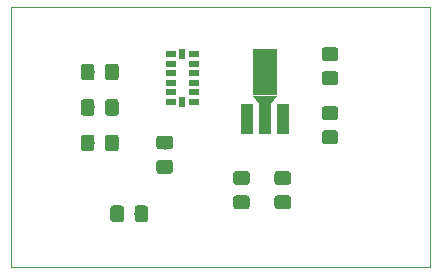
<source format=gbr>
G04 #@! TF.GenerationSoftware,KiCad,Pcbnew,(5.0.1)-3*
G04 #@! TF.CreationDate,2018-11-23T05:02:51-03:00*
G04 #@! TF.ProjectId,MMA7361,4D4D41373336312E6B696361645F7063,1.1*
G04 #@! TF.SameCoordinates,PX6f94740PY4c4b400*
G04 #@! TF.FileFunction,Paste,Top*
G04 #@! TF.FilePolarity,Positive*
%FSLAX46Y46*%
G04 Gerber Fmt 4.6, Leading zero omitted, Abs format (unit mm)*
G04 Created by KiCad (PCBNEW (5.0.1)-3) date 23/11/2018 05:02:51*
%MOMM*%
%LPD*%
G01*
G04 APERTURE LIST*
%ADD10C,0.100000*%
%ADD11C,1.150000*%
%ADD12R,1.000000X2.500000*%
%ADD13R,2.000000X4.000000*%
%ADD14C,0.750000*%
%ADD15R,0.950000X0.600000*%
%ADD16R,0.600000X0.950000*%
G04 APERTURE END LIST*
D10*
X35500000Y0D02*
X0Y0D01*
X35500000Y-22000000D02*
X35500000Y0D01*
X0Y-22000000D02*
X35500000Y-22000000D01*
X0Y0D02*
X0Y-22000000D01*
G04 #@! TO.C,C1*
G36*
X27474505Y-3401204D02*
X27498773Y-3404804D01*
X27522572Y-3410765D01*
X27545671Y-3419030D01*
X27567850Y-3429520D01*
X27588893Y-3442132D01*
X27608599Y-3456747D01*
X27626777Y-3473223D01*
X27643253Y-3491401D01*
X27657868Y-3511107D01*
X27670480Y-3532150D01*
X27680970Y-3554329D01*
X27689235Y-3577428D01*
X27695196Y-3601227D01*
X27698796Y-3625495D01*
X27700000Y-3649999D01*
X27700000Y-4300001D01*
X27698796Y-4324505D01*
X27695196Y-4348773D01*
X27689235Y-4372572D01*
X27680970Y-4395671D01*
X27670480Y-4417850D01*
X27657868Y-4438893D01*
X27643253Y-4458599D01*
X27626777Y-4476777D01*
X27608599Y-4493253D01*
X27588893Y-4507868D01*
X27567850Y-4520480D01*
X27545671Y-4530970D01*
X27522572Y-4539235D01*
X27498773Y-4545196D01*
X27474505Y-4548796D01*
X27450001Y-4550000D01*
X26549999Y-4550000D01*
X26525495Y-4548796D01*
X26501227Y-4545196D01*
X26477428Y-4539235D01*
X26454329Y-4530970D01*
X26432150Y-4520480D01*
X26411107Y-4507868D01*
X26391401Y-4493253D01*
X26373223Y-4476777D01*
X26356747Y-4458599D01*
X26342132Y-4438893D01*
X26329520Y-4417850D01*
X26319030Y-4395671D01*
X26310765Y-4372572D01*
X26304804Y-4348773D01*
X26301204Y-4324505D01*
X26300000Y-4300001D01*
X26300000Y-3649999D01*
X26301204Y-3625495D01*
X26304804Y-3601227D01*
X26310765Y-3577428D01*
X26319030Y-3554329D01*
X26329520Y-3532150D01*
X26342132Y-3511107D01*
X26356747Y-3491401D01*
X26373223Y-3473223D01*
X26391401Y-3456747D01*
X26411107Y-3442132D01*
X26432150Y-3429520D01*
X26454329Y-3419030D01*
X26477428Y-3410765D01*
X26501227Y-3404804D01*
X26525495Y-3401204D01*
X26549999Y-3400000D01*
X27450001Y-3400000D01*
X27474505Y-3401204D01*
X27474505Y-3401204D01*
G37*
D11*
X27000000Y-3975000D03*
D10*
G36*
X27474505Y-5451204D02*
X27498773Y-5454804D01*
X27522572Y-5460765D01*
X27545671Y-5469030D01*
X27567850Y-5479520D01*
X27588893Y-5492132D01*
X27608599Y-5506747D01*
X27626777Y-5523223D01*
X27643253Y-5541401D01*
X27657868Y-5561107D01*
X27670480Y-5582150D01*
X27680970Y-5604329D01*
X27689235Y-5627428D01*
X27695196Y-5651227D01*
X27698796Y-5675495D01*
X27700000Y-5699999D01*
X27700000Y-6350001D01*
X27698796Y-6374505D01*
X27695196Y-6398773D01*
X27689235Y-6422572D01*
X27680970Y-6445671D01*
X27670480Y-6467850D01*
X27657868Y-6488893D01*
X27643253Y-6508599D01*
X27626777Y-6526777D01*
X27608599Y-6543253D01*
X27588893Y-6557868D01*
X27567850Y-6570480D01*
X27545671Y-6580970D01*
X27522572Y-6589235D01*
X27498773Y-6595196D01*
X27474505Y-6598796D01*
X27450001Y-6600000D01*
X26549999Y-6600000D01*
X26525495Y-6598796D01*
X26501227Y-6595196D01*
X26477428Y-6589235D01*
X26454329Y-6580970D01*
X26432150Y-6570480D01*
X26411107Y-6557868D01*
X26391401Y-6543253D01*
X26373223Y-6526777D01*
X26356747Y-6508599D01*
X26342132Y-6488893D01*
X26329520Y-6467850D01*
X26319030Y-6445671D01*
X26310765Y-6422572D01*
X26304804Y-6398773D01*
X26301204Y-6374505D01*
X26300000Y-6350001D01*
X26300000Y-5699999D01*
X26301204Y-5675495D01*
X26304804Y-5651227D01*
X26310765Y-5627428D01*
X26319030Y-5604329D01*
X26329520Y-5582150D01*
X26342132Y-5561107D01*
X26356747Y-5541401D01*
X26373223Y-5523223D01*
X26391401Y-5506747D01*
X26411107Y-5492132D01*
X26432150Y-5479520D01*
X26454329Y-5469030D01*
X26477428Y-5460765D01*
X26501227Y-5454804D01*
X26525495Y-5451204D01*
X26549999Y-5450000D01*
X27450001Y-5450000D01*
X27474505Y-5451204D01*
X27474505Y-5451204D01*
G37*
D11*
X27000000Y-6025000D03*
G04 #@! TD*
D10*
G04 #@! TO.C,C2*
G36*
X27474505Y-8401204D02*
X27498773Y-8404804D01*
X27522572Y-8410765D01*
X27545671Y-8419030D01*
X27567850Y-8429520D01*
X27588893Y-8442132D01*
X27608599Y-8456747D01*
X27626777Y-8473223D01*
X27643253Y-8491401D01*
X27657868Y-8511107D01*
X27670480Y-8532150D01*
X27680970Y-8554329D01*
X27689235Y-8577428D01*
X27695196Y-8601227D01*
X27698796Y-8625495D01*
X27700000Y-8649999D01*
X27700000Y-9300001D01*
X27698796Y-9324505D01*
X27695196Y-9348773D01*
X27689235Y-9372572D01*
X27680970Y-9395671D01*
X27670480Y-9417850D01*
X27657868Y-9438893D01*
X27643253Y-9458599D01*
X27626777Y-9476777D01*
X27608599Y-9493253D01*
X27588893Y-9507868D01*
X27567850Y-9520480D01*
X27545671Y-9530970D01*
X27522572Y-9539235D01*
X27498773Y-9545196D01*
X27474505Y-9548796D01*
X27450001Y-9550000D01*
X26549999Y-9550000D01*
X26525495Y-9548796D01*
X26501227Y-9545196D01*
X26477428Y-9539235D01*
X26454329Y-9530970D01*
X26432150Y-9520480D01*
X26411107Y-9507868D01*
X26391401Y-9493253D01*
X26373223Y-9476777D01*
X26356747Y-9458599D01*
X26342132Y-9438893D01*
X26329520Y-9417850D01*
X26319030Y-9395671D01*
X26310765Y-9372572D01*
X26304804Y-9348773D01*
X26301204Y-9324505D01*
X26300000Y-9300001D01*
X26300000Y-8649999D01*
X26301204Y-8625495D01*
X26304804Y-8601227D01*
X26310765Y-8577428D01*
X26319030Y-8554329D01*
X26329520Y-8532150D01*
X26342132Y-8511107D01*
X26356747Y-8491401D01*
X26373223Y-8473223D01*
X26391401Y-8456747D01*
X26411107Y-8442132D01*
X26432150Y-8429520D01*
X26454329Y-8419030D01*
X26477428Y-8410765D01*
X26501227Y-8404804D01*
X26525495Y-8401204D01*
X26549999Y-8400000D01*
X27450001Y-8400000D01*
X27474505Y-8401204D01*
X27474505Y-8401204D01*
G37*
D11*
X27000000Y-8975000D03*
D10*
G36*
X27474505Y-10451204D02*
X27498773Y-10454804D01*
X27522572Y-10460765D01*
X27545671Y-10469030D01*
X27567850Y-10479520D01*
X27588893Y-10492132D01*
X27608599Y-10506747D01*
X27626777Y-10523223D01*
X27643253Y-10541401D01*
X27657868Y-10561107D01*
X27670480Y-10582150D01*
X27680970Y-10604329D01*
X27689235Y-10627428D01*
X27695196Y-10651227D01*
X27698796Y-10675495D01*
X27700000Y-10699999D01*
X27700000Y-11350001D01*
X27698796Y-11374505D01*
X27695196Y-11398773D01*
X27689235Y-11422572D01*
X27680970Y-11445671D01*
X27670480Y-11467850D01*
X27657868Y-11488893D01*
X27643253Y-11508599D01*
X27626777Y-11526777D01*
X27608599Y-11543253D01*
X27588893Y-11557868D01*
X27567850Y-11570480D01*
X27545671Y-11580970D01*
X27522572Y-11589235D01*
X27498773Y-11595196D01*
X27474505Y-11598796D01*
X27450001Y-11600000D01*
X26549999Y-11600000D01*
X26525495Y-11598796D01*
X26501227Y-11595196D01*
X26477428Y-11589235D01*
X26454329Y-11580970D01*
X26432150Y-11570480D01*
X26411107Y-11557868D01*
X26391401Y-11543253D01*
X26373223Y-11526777D01*
X26356747Y-11508599D01*
X26342132Y-11488893D01*
X26329520Y-11467850D01*
X26319030Y-11445671D01*
X26310765Y-11422572D01*
X26304804Y-11398773D01*
X26301204Y-11374505D01*
X26300000Y-11350001D01*
X26300000Y-10699999D01*
X26301204Y-10675495D01*
X26304804Y-10651227D01*
X26310765Y-10627428D01*
X26319030Y-10604329D01*
X26329520Y-10582150D01*
X26342132Y-10561107D01*
X26356747Y-10541401D01*
X26373223Y-10523223D01*
X26391401Y-10506747D01*
X26411107Y-10492132D01*
X26432150Y-10479520D01*
X26454329Y-10469030D01*
X26477428Y-10460765D01*
X26501227Y-10454804D01*
X26525495Y-10451204D01*
X26549999Y-10450000D01*
X27450001Y-10450000D01*
X27474505Y-10451204D01*
X27474505Y-10451204D01*
G37*
D11*
X27000000Y-11025000D03*
G04 #@! TD*
D10*
G04 #@! TO.C,C3*
G36*
X23474505Y-13901204D02*
X23498773Y-13904804D01*
X23522572Y-13910765D01*
X23545671Y-13919030D01*
X23567850Y-13929520D01*
X23588893Y-13942132D01*
X23608599Y-13956747D01*
X23626777Y-13973223D01*
X23643253Y-13991401D01*
X23657868Y-14011107D01*
X23670480Y-14032150D01*
X23680970Y-14054329D01*
X23689235Y-14077428D01*
X23695196Y-14101227D01*
X23698796Y-14125495D01*
X23700000Y-14149999D01*
X23700000Y-14800001D01*
X23698796Y-14824505D01*
X23695196Y-14848773D01*
X23689235Y-14872572D01*
X23680970Y-14895671D01*
X23670480Y-14917850D01*
X23657868Y-14938893D01*
X23643253Y-14958599D01*
X23626777Y-14976777D01*
X23608599Y-14993253D01*
X23588893Y-15007868D01*
X23567850Y-15020480D01*
X23545671Y-15030970D01*
X23522572Y-15039235D01*
X23498773Y-15045196D01*
X23474505Y-15048796D01*
X23450001Y-15050000D01*
X22549999Y-15050000D01*
X22525495Y-15048796D01*
X22501227Y-15045196D01*
X22477428Y-15039235D01*
X22454329Y-15030970D01*
X22432150Y-15020480D01*
X22411107Y-15007868D01*
X22391401Y-14993253D01*
X22373223Y-14976777D01*
X22356747Y-14958599D01*
X22342132Y-14938893D01*
X22329520Y-14917850D01*
X22319030Y-14895671D01*
X22310765Y-14872572D01*
X22304804Y-14848773D01*
X22301204Y-14824505D01*
X22300000Y-14800001D01*
X22300000Y-14149999D01*
X22301204Y-14125495D01*
X22304804Y-14101227D01*
X22310765Y-14077428D01*
X22319030Y-14054329D01*
X22329520Y-14032150D01*
X22342132Y-14011107D01*
X22356747Y-13991401D01*
X22373223Y-13973223D01*
X22391401Y-13956747D01*
X22411107Y-13942132D01*
X22432150Y-13929520D01*
X22454329Y-13919030D01*
X22477428Y-13910765D01*
X22501227Y-13904804D01*
X22525495Y-13901204D01*
X22549999Y-13900000D01*
X23450001Y-13900000D01*
X23474505Y-13901204D01*
X23474505Y-13901204D01*
G37*
D11*
X23000000Y-14475000D03*
D10*
G36*
X23474505Y-15951204D02*
X23498773Y-15954804D01*
X23522572Y-15960765D01*
X23545671Y-15969030D01*
X23567850Y-15979520D01*
X23588893Y-15992132D01*
X23608599Y-16006747D01*
X23626777Y-16023223D01*
X23643253Y-16041401D01*
X23657868Y-16061107D01*
X23670480Y-16082150D01*
X23680970Y-16104329D01*
X23689235Y-16127428D01*
X23695196Y-16151227D01*
X23698796Y-16175495D01*
X23700000Y-16199999D01*
X23700000Y-16850001D01*
X23698796Y-16874505D01*
X23695196Y-16898773D01*
X23689235Y-16922572D01*
X23680970Y-16945671D01*
X23670480Y-16967850D01*
X23657868Y-16988893D01*
X23643253Y-17008599D01*
X23626777Y-17026777D01*
X23608599Y-17043253D01*
X23588893Y-17057868D01*
X23567850Y-17070480D01*
X23545671Y-17080970D01*
X23522572Y-17089235D01*
X23498773Y-17095196D01*
X23474505Y-17098796D01*
X23450001Y-17100000D01*
X22549999Y-17100000D01*
X22525495Y-17098796D01*
X22501227Y-17095196D01*
X22477428Y-17089235D01*
X22454329Y-17080970D01*
X22432150Y-17070480D01*
X22411107Y-17057868D01*
X22391401Y-17043253D01*
X22373223Y-17026777D01*
X22356747Y-17008599D01*
X22342132Y-16988893D01*
X22329520Y-16967850D01*
X22319030Y-16945671D01*
X22310765Y-16922572D01*
X22304804Y-16898773D01*
X22301204Y-16874505D01*
X22300000Y-16850001D01*
X22300000Y-16199999D01*
X22301204Y-16175495D01*
X22304804Y-16151227D01*
X22310765Y-16127428D01*
X22319030Y-16104329D01*
X22329520Y-16082150D01*
X22342132Y-16061107D01*
X22356747Y-16041401D01*
X22373223Y-16023223D01*
X22391401Y-16006747D01*
X22411107Y-15992132D01*
X22432150Y-15979520D01*
X22454329Y-15969030D01*
X22477428Y-15960765D01*
X22501227Y-15954804D01*
X22525495Y-15951204D01*
X22549999Y-15950000D01*
X23450001Y-15950000D01*
X23474505Y-15951204D01*
X23474505Y-15951204D01*
G37*
D11*
X23000000Y-16525000D03*
G04 #@! TD*
D10*
G04 #@! TO.C,C4*
G36*
X13474505Y-10901204D02*
X13498773Y-10904804D01*
X13522572Y-10910765D01*
X13545671Y-10919030D01*
X13567850Y-10929520D01*
X13588893Y-10942132D01*
X13608599Y-10956747D01*
X13626777Y-10973223D01*
X13643253Y-10991401D01*
X13657868Y-11011107D01*
X13670480Y-11032150D01*
X13680970Y-11054329D01*
X13689235Y-11077428D01*
X13695196Y-11101227D01*
X13698796Y-11125495D01*
X13700000Y-11149999D01*
X13700000Y-11800001D01*
X13698796Y-11824505D01*
X13695196Y-11848773D01*
X13689235Y-11872572D01*
X13680970Y-11895671D01*
X13670480Y-11917850D01*
X13657868Y-11938893D01*
X13643253Y-11958599D01*
X13626777Y-11976777D01*
X13608599Y-11993253D01*
X13588893Y-12007868D01*
X13567850Y-12020480D01*
X13545671Y-12030970D01*
X13522572Y-12039235D01*
X13498773Y-12045196D01*
X13474505Y-12048796D01*
X13450001Y-12050000D01*
X12549999Y-12050000D01*
X12525495Y-12048796D01*
X12501227Y-12045196D01*
X12477428Y-12039235D01*
X12454329Y-12030970D01*
X12432150Y-12020480D01*
X12411107Y-12007868D01*
X12391401Y-11993253D01*
X12373223Y-11976777D01*
X12356747Y-11958599D01*
X12342132Y-11938893D01*
X12329520Y-11917850D01*
X12319030Y-11895671D01*
X12310765Y-11872572D01*
X12304804Y-11848773D01*
X12301204Y-11824505D01*
X12300000Y-11800001D01*
X12300000Y-11149999D01*
X12301204Y-11125495D01*
X12304804Y-11101227D01*
X12310765Y-11077428D01*
X12319030Y-11054329D01*
X12329520Y-11032150D01*
X12342132Y-11011107D01*
X12356747Y-10991401D01*
X12373223Y-10973223D01*
X12391401Y-10956747D01*
X12411107Y-10942132D01*
X12432150Y-10929520D01*
X12454329Y-10919030D01*
X12477428Y-10910765D01*
X12501227Y-10904804D01*
X12525495Y-10901204D01*
X12549999Y-10900000D01*
X13450001Y-10900000D01*
X13474505Y-10901204D01*
X13474505Y-10901204D01*
G37*
D11*
X13000000Y-11475000D03*
D10*
G36*
X13474505Y-12951204D02*
X13498773Y-12954804D01*
X13522572Y-12960765D01*
X13545671Y-12969030D01*
X13567850Y-12979520D01*
X13588893Y-12992132D01*
X13608599Y-13006747D01*
X13626777Y-13023223D01*
X13643253Y-13041401D01*
X13657868Y-13061107D01*
X13670480Y-13082150D01*
X13680970Y-13104329D01*
X13689235Y-13127428D01*
X13695196Y-13151227D01*
X13698796Y-13175495D01*
X13700000Y-13199999D01*
X13700000Y-13850001D01*
X13698796Y-13874505D01*
X13695196Y-13898773D01*
X13689235Y-13922572D01*
X13680970Y-13945671D01*
X13670480Y-13967850D01*
X13657868Y-13988893D01*
X13643253Y-14008599D01*
X13626777Y-14026777D01*
X13608599Y-14043253D01*
X13588893Y-14057868D01*
X13567850Y-14070480D01*
X13545671Y-14080970D01*
X13522572Y-14089235D01*
X13498773Y-14095196D01*
X13474505Y-14098796D01*
X13450001Y-14100000D01*
X12549999Y-14100000D01*
X12525495Y-14098796D01*
X12501227Y-14095196D01*
X12477428Y-14089235D01*
X12454329Y-14080970D01*
X12432150Y-14070480D01*
X12411107Y-14057868D01*
X12391401Y-14043253D01*
X12373223Y-14026777D01*
X12356747Y-14008599D01*
X12342132Y-13988893D01*
X12329520Y-13967850D01*
X12319030Y-13945671D01*
X12310765Y-13922572D01*
X12304804Y-13898773D01*
X12301204Y-13874505D01*
X12300000Y-13850001D01*
X12300000Y-13199999D01*
X12301204Y-13175495D01*
X12304804Y-13151227D01*
X12310765Y-13127428D01*
X12319030Y-13104329D01*
X12329520Y-13082150D01*
X12342132Y-13061107D01*
X12356747Y-13041401D01*
X12373223Y-13023223D01*
X12391401Y-13006747D01*
X12411107Y-12992132D01*
X12432150Y-12979520D01*
X12454329Y-12969030D01*
X12477428Y-12960765D01*
X12501227Y-12954804D01*
X12525495Y-12951204D01*
X12549999Y-12950000D01*
X13450001Y-12950000D01*
X13474505Y-12951204D01*
X13474505Y-12951204D01*
G37*
D11*
X13000000Y-13525000D03*
G04 #@! TD*
D10*
G04 #@! TO.C,C5*
G36*
X6824505Y-4801204D02*
X6848773Y-4804804D01*
X6872572Y-4810765D01*
X6895671Y-4819030D01*
X6917850Y-4829520D01*
X6938893Y-4842132D01*
X6958599Y-4856747D01*
X6976777Y-4873223D01*
X6993253Y-4891401D01*
X7007868Y-4911107D01*
X7020480Y-4932150D01*
X7030970Y-4954329D01*
X7039235Y-4977428D01*
X7045196Y-5001227D01*
X7048796Y-5025495D01*
X7050000Y-5049999D01*
X7050000Y-5950001D01*
X7048796Y-5974505D01*
X7045196Y-5998773D01*
X7039235Y-6022572D01*
X7030970Y-6045671D01*
X7020480Y-6067850D01*
X7007868Y-6088893D01*
X6993253Y-6108599D01*
X6976777Y-6126777D01*
X6958599Y-6143253D01*
X6938893Y-6157868D01*
X6917850Y-6170480D01*
X6895671Y-6180970D01*
X6872572Y-6189235D01*
X6848773Y-6195196D01*
X6824505Y-6198796D01*
X6800001Y-6200000D01*
X6149999Y-6200000D01*
X6125495Y-6198796D01*
X6101227Y-6195196D01*
X6077428Y-6189235D01*
X6054329Y-6180970D01*
X6032150Y-6170480D01*
X6011107Y-6157868D01*
X5991401Y-6143253D01*
X5973223Y-6126777D01*
X5956747Y-6108599D01*
X5942132Y-6088893D01*
X5929520Y-6067850D01*
X5919030Y-6045671D01*
X5910765Y-6022572D01*
X5904804Y-5998773D01*
X5901204Y-5974505D01*
X5900000Y-5950001D01*
X5900000Y-5049999D01*
X5901204Y-5025495D01*
X5904804Y-5001227D01*
X5910765Y-4977428D01*
X5919030Y-4954329D01*
X5929520Y-4932150D01*
X5942132Y-4911107D01*
X5956747Y-4891401D01*
X5973223Y-4873223D01*
X5991401Y-4856747D01*
X6011107Y-4842132D01*
X6032150Y-4829520D01*
X6054329Y-4819030D01*
X6077428Y-4810765D01*
X6101227Y-4804804D01*
X6125495Y-4801204D01*
X6149999Y-4800000D01*
X6800001Y-4800000D01*
X6824505Y-4801204D01*
X6824505Y-4801204D01*
G37*
D11*
X6475000Y-5500000D03*
D10*
G36*
X8874505Y-4801204D02*
X8898773Y-4804804D01*
X8922572Y-4810765D01*
X8945671Y-4819030D01*
X8967850Y-4829520D01*
X8988893Y-4842132D01*
X9008599Y-4856747D01*
X9026777Y-4873223D01*
X9043253Y-4891401D01*
X9057868Y-4911107D01*
X9070480Y-4932150D01*
X9080970Y-4954329D01*
X9089235Y-4977428D01*
X9095196Y-5001227D01*
X9098796Y-5025495D01*
X9100000Y-5049999D01*
X9100000Y-5950001D01*
X9098796Y-5974505D01*
X9095196Y-5998773D01*
X9089235Y-6022572D01*
X9080970Y-6045671D01*
X9070480Y-6067850D01*
X9057868Y-6088893D01*
X9043253Y-6108599D01*
X9026777Y-6126777D01*
X9008599Y-6143253D01*
X8988893Y-6157868D01*
X8967850Y-6170480D01*
X8945671Y-6180970D01*
X8922572Y-6189235D01*
X8898773Y-6195196D01*
X8874505Y-6198796D01*
X8850001Y-6200000D01*
X8199999Y-6200000D01*
X8175495Y-6198796D01*
X8151227Y-6195196D01*
X8127428Y-6189235D01*
X8104329Y-6180970D01*
X8082150Y-6170480D01*
X8061107Y-6157868D01*
X8041401Y-6143253D01*
X8023223Y-6126777D01*
X8006747Y-6108599D01*
X7992132Y-6088893D01*
X7979520Y-6067850D01*
X7969030Y-6045671D01*
X7960765Y-6022572D01*
X7954804Y-5998773D01*
X7951204Y-5974505D01*
X7950000Y-5950001D01*
X7950000Y-5049999D01*
X7951204Y-5025495D01*
X7954804Y-5001227D01*
X7960765Y-4977428D01*
X7969030Y-4954329D01*
X7979520Y-4932150D01*
X7992132Y-4911107D01*
X8006747Y-4891401D01*
X8023223Y-4873223D01*
X8041401Y-4856747D01*
X8061107Y-4842132D01*
X8082150Y-4829520D01*
X8104329Y-4819030D01*
X8127428Y-4810765D01*
X8151227Y-4804804D01*
X8175495Y-4801204D01*
X8199999Y-4800000D01*
X8850001Y-4800000D01*
X8874505Y-4801204D01*
X8874505Y-4801204D01*
G37*
D11*
X8525000Y-5500000D03*
G04 #@! TD*
D10*
G04 #@! TO.C,C6*
G36*
X8874505Y-7801204D02*
X8898773Y-7804804D01*
X8922572Y-7810765D01*
X8945671Y-7819030D01*
X8967850Y-7829520D01*
X8988893Y-7842132D01*
X9008599Y-7856747D01*
X9026777Y-7873223D01*
X9043253Y-7891401D01*
X9057868Y-7911107D01*
X9070480Y-7932150D01*
X9080970Y-7954329D01*
X9089235Y-7977428D01*
X9095196Y-8001227D01*
X9098796Y-8025495D01*
X9100000Y-8049999D01*
X9100000Y-8950001D01*
X9098796Y-8974505D01*
X9095196Y-8998773D01*
X9089235Y-9022572D01*
X9080970Y-9045671D01*
X9070480Y-9067850D01*
X9057868Y-9088893D01*
X9043253Y-9108599D01*
X9026777Y-9126777D01*
X9008599Y-9143253D01*
X8988893Y-9157868D01*
X8967850Y-9170480D01*
X8945671Y-9180970D01*
X8922572Y-9189235D01*
X8898773Y-9195196D01*
X8874505Y-9198796D01*
X8850001Y-9200000D01*
X8199999Y-9200000D01*
X8175495Y-9198796D01*
X8151227Y-9195196D01*
X8127428Y-9189235D01*
X8104329Y-9180970D01*
X8082150Y-9170480D01*
X8061107Y-9157868D01*
X8041401Y-9143253D01*
X8023223Y-9126777D01*
X8006747Y-9108599D01*
X7992132Y-9088893D01*
X7979520Y-9067850D01*
X7969030Y-9045671D01*
X7960765Y-9022572D01*
X7954804Y-8998773D01*
X7951204Y-8974505D01*
X7950000Y-8950001D01*
X7950000Y-8049999D01*
X7951204Y-8025495D01*
X7954804Y-8001227D01*
X7960765Y-7977428D01*
X7969030Y-7954329D01*
X7979520Y-7932150D01*
X7992132Y-7911107D01*
X8006747Y-7891401D01*
X8023223Y-7873223D01*
X8041401Y-7856747D01*
X8061107Y-7842132D01*
X8082150Y-7829520D01*
X8104329Y-7819030D01*
X8127428Y-7810765D01*
X8151227Y-7804804D01*
X8175495Y-7801204D01*
X8199999Y-7800000D01*
X8850001Y-7800000D01*
X8874505Y-7801204D01*
X8874505Y-7801204D01*
G37*
D11*
X8525000Y-8500000D03*
D10*
G36*
X6824505Y-7801204D02*
X6848773Y-7804804D01*
X6872572Y-7810765D01*
X6895671Y-7819030D01*
X6917850Y-7829520D01*
X6938893Y-7842132D01*
X6958599Y-7856747D01*
X6976777Y-7873223D01*
X6993253Y-7891401D01*
X7007868Y-7911107D01*
X7020480Y-7932150D01*
X7030970Y-7954329D01*
X7039235Y-7977428D01*
X7045196Y-8001227D01*
X7048796Y-8025495D01*
X7050000Y-8049999D01*
X7050000Y-8950001D01*
X7048796Y-8974505D01*
X7045196Y-8998773D01*
X7039235Y-9022572D01*
X7030970Y-9045671D01*
X7020480Y-9067850D01*
X7007868Y-9088893D01*
X6993253Y-9108599D01*
X6976777Y-9126777D01*
X6958599Y-9143253D01*
X6938893Y-9157868D01*
X6917850Y-9170480D01*
X6895671Y-9180970D01*
X6872572Y-9189235D01*
X6848773Y-9195196D01*
X6824505Y-9198796D01*
X6800001Y-9200000D01*
X6149999Y-9200000D01*
X6125495Y-9198796D01*
X6101227Y-9195196D01*
X6077428Y-9189235D01*
X6054329Y-9180970D01*
X6032150Y-9170480D01*
X6011107Y-9157868D01*
X5991401Y-9143253D01*
X5973223Y-9126777D01*
X5956747Y-9108599D01*
X5942132Y-9088893D01*
X5929520Y-9067850D01*
X5919030Y-9045671D01*
X5910765Y-9022572D01*
X5904804Y-8998773D01*
X5901204Y-8974505D01*
X5900000Y-8950001D01*
X5900000Y-8049999D01*
X5901204Y-8025495D01*
X5904804Y-8001227D01*
X5910765Y-7977428D01*
X5919030Y-7954329D01*
X5929520Y-7932150D01*
X5942132Y-7911107D01*
X5956747Y-7891401D01*
X5973223Y-7873223D01*
X5991401Y-7856747D01*
X6011107Y-7842132D01*
X6032150Y-7829520D01*
X6054329Y-7819030D01*
X6077428Y-7810765D01*
X6101227Y-7804804D01*
X6125495Y-7801204D01*
X6149999Y-7800000D01*
X6800001Y-7800000D01*
X6824505Y-7801204D01*
X6824505Y-7801204D01*
G37*
D11*
X6475000Y-8500000D03*
G04 #@! TD*
D10*
G04 #@! TO.C,C7*
G36*
X8874505Y-10801204D02*
X8898773Y-10804804D01*
X8922572Y-10810765D01*
X8945671Y-10819030D01*
X8967850Y-10829520D01*
X8988893Y-10842132D01*
X9008599Y-10856747D01*
X9026777Y-10873223D01*
X9043253Y-10891401D01*
X9057868Y-10911107D01*
X9070480Y-10932150D01*
X9080970Y-10954329D01*
X9089235Y-10977428D01*
X9095196Y-11001227D01*
X9098796Y-11025495D01*
X9100000Y-11049999D01*
X9100000Y-11950001D01*
X9098796Y-11974505D01*
X9095196Y-11998773D01*
X9089235Y-12022572D01*
X9080970Y-12045671D01*
X9070480Y-12067850D01*
X9057868Y-12088893D01*
X9043253Y-12108599D01*
X9026777Y-12126777D01*
X9008599Y-12143253D01*
X8988893Y-12157868D01*
X8967850Y-12170480D01*
X8945671Y-12180970D01*
X8922572Y-12189235D01*
X8898773Y-12195196D01*
X8874505Y-12198796D01*
X8850001Y-12200000D01*
X8199999Y-12200000D01*
X8175495Y-12198796D01*
X8151227Y-12195196D01*
X8127428Y-12189235D01*
X8104329Y-12180970D01*
X8082150Y-12170480D01*
X8061107Y-12157868D01*
X8041401Y-12143253D01*
X8023223Y-12126777D01*
X8006747Y-12108599D01*
X7992132Y-12088893D01*
X7979520Y-12067850D01*
X7969030Y-12045671D01*
X7960765Y-12022572D01*
X7954804Y-11998773D01*
X7951204Y-11974505D01*
X7950000Y-11950001D01*
X7950000Y-11049999D01*
X7951204Y-11025495D01*
X7954804Y-11001227D01*
X7960765Y-10977428D01*
X7969030Y-10954329D01*
X7979520Y-10932150D01*
X7992132Y-10911107D01*
X8006747Y-10891401D01*
X8023223Y-10873223D01*
X8041401Y-10856747D01*
X8061107Y-10842132D01*
X8082150Y-10829520D01*
X8104329Y-10819030D01*
X8127428Y-10810765D01*
X8151227Y-10804804D01*
X8175495Y-10801204D01*
X8199999Y-10800000D01*
X8850001Y-10800000D01*
X8874505Y-10801204D01*
X8874505Y-10801204D01*
G37*
D11*
X8525000Y-11500000D03*
D10*
G36*
X6824505Y-10801204D02*
X6848773Y-10804804D01*
X6872572Y-10810765D01*
X6895671Y-10819030D01*
X6917850Y-10829520D01*
X6938893Y-10842132D01*
X6958599Y-10856747D01*
X6976777Y-10873223D01*
X6993253Y-10891401D01*
X7007868Y-10911107D01*
X7020480Y-10932150D01*
X7030970Y-10954329D01*
X7039235Y-10977428D01*
X7045196Y-11001227D01*
X7048796Y-11025495D01*
X7050000Y-11049999D01*
X7050000Y-11950001D01*
X7048796Y-11974505D01*
X7045196Y-11998773D01*
X7039235Y-12022572D01*
X7030970Y-12045671D01*
X7020480Y-12067850D01*
X7007868Y-12088893D01*
X6993253Y-12108599D01*
X6976777Y-12126777D01*
X6958599Y-12143253D01*
X6938893Y-12157868D01*
X6917850Y-12170480D01*
X6895671Y-12180970D01*
X6872572Y-12189235D01*
X6848773Y-12195196D01*
X6824505Y-12198796D01*
X6800001Y-12200000D01*
X6149999Y-12200000D01*
X6125495Y-12198796D01*
X6101227Y-12195196D01*
X6077428Y-12189235D01*
X6054329Y-12180970D01*
X6032150Y-12170480D01*
X6011107Y-12157868D01*
X5991401Y-12143253D01*
X5973223Y-12126777D01*
X5956747Y-12108599D01*
X5942132Y-12088893D01*
X5929520Y-12067850D01*
X5919030Y-12045671D01*
X5910765Y-12022572D01*
X5904804Y-11998773D01*
X5901204Y-11974505D01*
X5900000Y-11950001D01*
X5900000Y-11049999D01*
X5901204Y-11025495D01*
X5904804Y-11001227D01*
X5910765Y-10977428D01*
X5919030Y-10954329D01*
X5929520Y-10932150D01*
X5942132Y-10911107D01*
X5956747Y-10891401D01*
X5973223Y-10873223D01*
X5991401Y-10856747D01*
X6011107Y-10842132D01*
X6032150Y-10829520D01*
X6054329Y-10819030D01*
X6077428Y-10810765D01*
X6101227Y-10804804D01*
X6125495Y-10801204D01*
X6149999Y-10800000D01*
X6800001Y-10800000D01*
X6824505Y-10801204D01*
X6824505Y-10801204D01*
G37*
D11*
X6475000Y-11500000D03*
G04 #@! TD*
D10*
G04 #@! TO.C,D1*
G36*
X9324505Y-16801204D02*
X9348773Y-16804804D01*
X9372572Y-16810765D01*
X9395671Y-16819030D01*
X9417850Y-16829520D01*
X9438893Y-16842132D01*
X9458599Y-16856747D01*
X9476777Y-16873223D01*
X9493253Y-16891401D01*
X9507868Y-16911107D01*
X9520480Y-16932150D01*
X9530970Y-16954329D01*
X9539235Y-16977428D01*
X9545196Y-17001227D01*
X9548796Y-17025495D01*
X9550000Y-17049999D01*
X9550000Y-17950001D01*
X9548796Y-17974505D01*
X9545196Y-17998773D01*
X9539235Y-18022572D01*
X9530970Y-18045671D01*
X9520480Y-18067850D01*
X9507868Y-18088893D01*
X9493253Y-18108599D01*
X9476777Y-18126777D01*
X9458599Y-18143253D01*
X9438893Y-18157868D01*
X9417850Y-18170480D01*
X9395671Y-18180970D01*
X9372572Y-18189235D01*
X9348773Y-18195196D01*
X9324505Y-18198796D01*
X9300001Y-18200000D01*
X8649999Y-18200000D01*
X8625495Y-18198796D01*
X8601227Y-18195196D01*
X8577428Y-18189235D01*
X8554329Y-18180970D01*
X8532150Y-18170480D01*
X8511107Y-18157868D01*
X8491401Y-18143253D01*
X8473223Y-18126777D01*
X8456747Y-18108599D01*
X8442132Y-18088893D01*
X8429520Y-18067850D01*
X8419030Y-18045671D01*
X8410765Y-18022572D01*
X8404804Y-17998773D01*
X8401204Y-17974505D01*
X8400000Y-17950001D01*
X8400000Y-17049999D01*
X8401204Y-17025495D01*
X8404804Y-17001227D01*
X8410765Y-16977428D01*
X8419030Y-16954329D01*
X8429520Y-16932150D01*
X8442132Y-16911107D01*
X8456747Y-16891401D01*
X8473223Y-16873223D01*
X8491401Y-16856747D01*
X8511107Y-16842132D01*
X8532150Y-16829520D01*
X8554329Y-16819030D01*
X8577428Y-16810765D01*
X8601227Y-16804804D01*
X8625495Y-16801204D01*
X8649999Y-16800000D01*
X9300001Y-16800000D01*
X9324505Y-16801204D01*
X9324505Y-16801204D01*
G37*
D11*
X8975000Y-17500000D03*
D10*
G36*
X11374505Y-16801204D02*
X11398773Y-16804804D01*
X11422572Y-16810765D01*
X11445671Y-16819030D01*
X11467850Y-16829520D01*
X11488893Y-16842132D01*
X11508599Y-16856747D01*
X11526777Y-16873223D01*
X11543253Y-16891401D01*
X11557868Y-16911107D01*
X11570480Y-16932150D01*
X11580970Y-16954329D01*
X11589235Y-16977428D01*
X11595196Y-17001227D01*
X11598796Y-17025495D01*
X11600000Y-17049999D01*
X11600000Y-17950001D01*
X11598796Y-17974505D01*
X11595196Y-17998773D01*
X11589235Y-18022572D01*
X11580970Y-18045671D01*
X11570480Y-18067850D01*
X11557868Y-18088893D01*
X11543253Y-18108599D01*
X11526777Y-18126777D01*
X11508599Y-18143253D01*
X11488893Y-18157868D01*
X11467850Y-18170480D01*
X11445671Y-18180970D01*
X11422572Y-18189235D01*
X11398773Y-18195196D01*
X11374505Y-18198796D01*
X11350001Y-18200000D01*
X10699999Y-18200000D01*
X10675495Y-18198796D01*
X10651227Y-18195196D01*
X10627428Y-18189235D01*
X10604329Y-18180970D01*
X10582150Y-18170480D01*
X10561107Y-18157868D01*
X10541401Y-18143253D01*
X10523223Y-18126777D01*
X10506747Y-18108599D01*
X10492132Y-18088893D01*
X10479520Y-18067850D01*
X10469030Y-18045671D01*
X10460765Y-18022572D01*
X10454804Y-17998773D01*
X10451204Y-17974505D01*
X10450000Y-17950001D01*
X10450000Y-17049999D01*
X10451204Y-17025495D01*
X10454804Y-17001227D01*
X10460765Y-16977428D01*
X10469030Y-16954329D01*
X10479520Y-16932150D01*
X10492132Y-16911107D01*
X10506747Y-16891401D01*
X10523223Y-16873223D01*
X10541401Y-16856747D01*
X10561107Y-16842132D01*
X10582150Y-16829520D01*
X10604329Y-16819030D01*
X10627428Y-16810765D01*
X10651227Y-16804804D01*
X10675495Y-16801204D01*
X10699999Y-16800000D01*
X11350001Y-16800000D01*
X11374505Y-16801204D01*
X11374505Y-16801204D01*
G37*
D11*
X11025000Y-17500000D03*
G04 #@! TD*
D10*
G04 #@! TO.C,R1*
G36*
X19974505Y-15951204D02*
X19998773Y-15954804D01*
X20022572Y-15960765D01*
X20045671Y-15969030D01*
X20067850Y-15979520D01*
X20088893Y-15992132D01*
X20108599Y-16006747D01*
X20126777Y-16023223D01*
X20143253Y-16041401D01*
X20157868Y-16061107D01*
X20170480Y-16082150D01*
X20180970Y-16104329D01*
X20189235Y-16127428D01*
X20195196Y-16151227D01*
X20198796Y-16175495D01*
X20200000Y-16199999D01*
X20200000Y-16850001D01*
X20198796Y-16874505D01*
X20195196Y-16898773D01*
X20189235Y-16922572D01*
X20180970Y-16945671D01*
X20170480Y-16967850D01*
X20157868Y-16988893D01*
X20143253Y-17008599D01*
X20126777Y-17026777D01*
X20108599Y-17043253D01*
X20088893Y-17057868D01*
X20067850Y-17070480D01*
X20045671Y-17080970D01*
X20022572Y-17089235D01*
X19998773Y-17095196D01*
X19974505Y-17098796D01*
X19950001Y-17100000D01*
X19049999Y-17100000D01*
X19025495Y-17098796D01*
X19001227Y-17095196D01*
X18977428Y-17089235D01*
X18954329Y-17080970D01*
X18932150Y-17070480D01*
X18911107Y-17057868D01*
X18891401Y-17043253D01*
X18873223Y-17026777D01*
X18856747Y-17008599D01*
X18842132Y-16988893D01*
X18829520Y-16967850D01*
X18819030Y-16945671D01*
X18810765Y-16922572D01*
X18804804Y-16898773D01*
X18801204Y-16874505D01*
X18800000Y-16850001D01*
X18800000Y-16199999D01*
X18801204Y-16175495D01*
X18804804Y-16151227D01*
X18810765Y-16127428D01*
X18819030Y-16104329D01*
X18829520Y-16082150D01*
X18842132Y-16061107D01*
X18856747Y-16041401D01*
X18873223Y-16023223D01*
X18891401Y-16006747D01*
X18911107Y-15992132D01*
X18932150Y-15979520D01*
X18954329Y-15969030D01*
X18977428Y-15960765D01*
X19001227Y-15954804D01*
X19025495Y-15951204D01*
X19049999Y-15950000D01*
X19950001Y-15950000D01*
X19974505Y-15951204D01*
X19974505Y-15951204D01*
G37*
D11*
X19500000Y-16525000D03*
D10*
G36*
X19974505Y-13901204D02*
X19998773Y-13904804D01*
X20022572Y-13910765D01*
X20045671Y-13919030D01*
X20067850Y-13929520D01*
X20088893Y-13942132D01*
X20108599Y-13956747D01*
X20126777Y-13973223D01*
X20143253Y-13991401D01*
X20157868Y-14011107D01*
X20170480Y-14032150D01*
X20180970Y-14054329D01*
X20189235Y-14077428D01*
X20195196Y-14101227D01*
X20198796Y-14125495D01*
X20200000Y-14149999D01*
X20200000Y-14800001D01*
X20198796Y-14824505D01*
X20195196Y-14848773D01*
X20189235Y-14872572D01*
X20180970Y-14895671D01*
X20170480Y-14917850D01*
X20157868Y-14938893D01*
X20143253Y-14958599D01*
X20126777Y-14976777D01*
X20108599Y-14993253D01*
X20088893Y-15007868D01*
X20067850Y-15020480D01*
X20045671Y-15030970D01*
X20022572Y-15039235D01*
X19998773Y-15045196D01*
X19974505Y-15048796D01*
X19950001Y-15050000D01*
X19049999Y-15050000D01*
X19025495Y-15048796D01*
X19001227Y-15045196D01*
X18977428Y-15039235D01*
X18954329Y-15030970D01*
X18932150Y-15020480D01*
X18911107Y-15007868D01*
X18891401Y-14993253D01*
X18873223Y-14976777D01*
X18856747Y-14958599D01*
X18842132Y-14938893D01*
X18829520Y-14917850D01*
X18819030Y-14895671D01*
X18810765Y-14872572D01*
X18804804Y-14848773D01*
X18801204Y-14824505D01*
X18800000Y-14800001D01*
X18800000Y-14149999D01*
X18801204Y-14125495D01*
X18804804Y-14101227D01*
X18810765Y-14077428D01*
X18819030Y-14054329D01*
X18829520Y-14032150D01*
X18842132Y-14011107D01*
X18856747Y-13991401D01*
X18873223Y-13973223D01*
X18891401Y-13956747D01*
X18911107Y-13942132D01*
X18932150Y-13929520D01*
X18954329Y-13919030D01*
X18977428Y-13910765D01*
X19001227Y-13904804D01*
X19025495Y-13901204D01*
X19049999Y-13900000D01*
X19950001Y-13900000D01*
X19974505Y-13901204D01*
X19974505Y-13901204D01*
G37*
D11*
X19500000Y-14475000D03*
G04 #@! TD*
D12*
G04 #@! TO.C,U1*
X20000000Y-9480000D03*
X21500000Y-9480000D03*
X23000000Y-9480000D03*
D13*
X21500000Y-5520000D03*
D14*
X21500000Y-7870000D03*
D10*
G36*
X22500000Y-7495000D02*
X22000000Y-8245000D01*
X21000000Y-8245000D01*
X20500000Y-7495000D01*
X22500000Y-7495000D01*
X22500000Y-7495000D01*
G37*
G04 #@! TD*
D15*
G04 #@! TO.C,U2*
X13500000Y-4000000D03*
X13500000Y-4800000D03*
X13500000Y-5600000D03*
X13500000Y-6400000D03*
X13500000Y-7200000D03*
X13500000Y-8000000D03*
D16*
X14500000Y-8000000D03*
D15*
X15500000Y-8000000D03*
X15500000Y-7200000D03*
X15500000Y-6400000D03*
X15500000Y-5600000D03*
X15500000Y-4800000D03*
X15500000Y-4000000D03*
D16*
X14500000Y-4000000D03*
G04 #@! TD*
M02*

</source>
